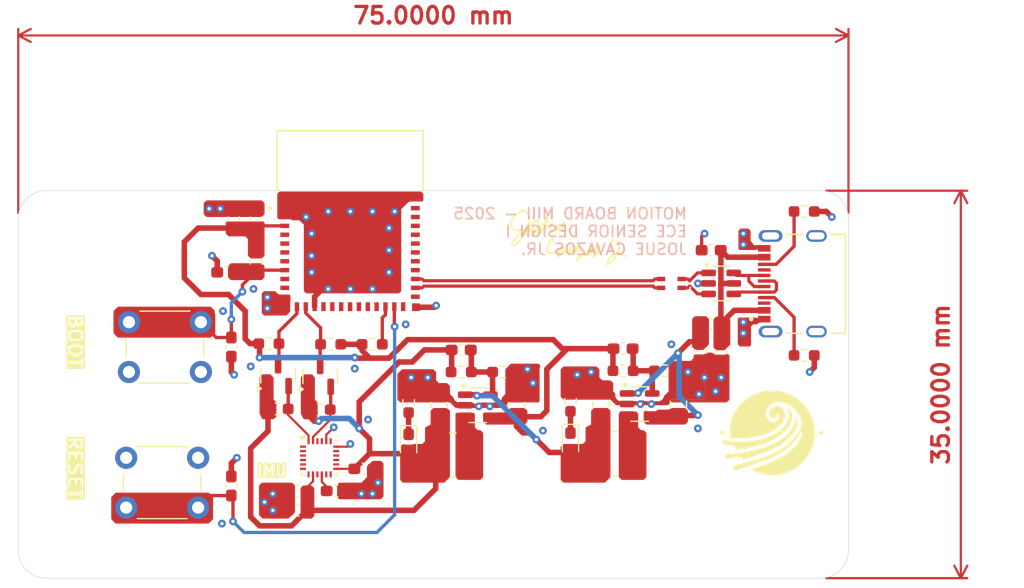
<source format=kicad_pcb>
(kicad_pcb (version 20240108) (generator "pcbnew") (generator_version "8.0")
  (title_block (title "Motion Board") (date "2025-01-19") (rev "B") (company "GlideSense Pro") (comment 1 "Josue Cavazos Jr."))
  (layers (0 "F.Cu" signal) (1 "In1.Cu" power) (2 "In2.Cu" power) (31 "B.Cu" signal) (34 "B.Paste" user) (35 "F.Paste" user) (36 "B.SilkS" user "B.Silkscreen") (37 "F.SilkS" user "F.Silkscreen") (38 "B.Mask" user) (39 "F.Mask" user) (44 "Edge.Cuts" user))
  (net 0 "")
  (net 1 "GND")
  (net 2 "VBUS")
  (net 3 "+5V")
  (net 4 "+3V3")
  (net 5 "/Power/BUCK_FB")
  (net 6 "+1V8")
  (net 7 "/Power/BUCK1_FB")
  (net 8 "/MCU/CHIP_PU")
  (net 9 "/Motion/REGOUT")
  (net 10 "/MCU/GPIO9")
  (net 11 "/Power/LED_PWR_K")
  (net 12 "/Power/LED1_PWR_K")
  (net 13 "/MCU/USB_CMC_D+")
  (net 14 "/MCU/USB_D-")
  (net 15 "/MCU/USB_CMC_D-")
  (net 16 "/MCU/USB_D+")
  (net 17 "/MCU/USB_CONN_D-")
  (net 18 "/MCU/USB_CONN_CC1")
  (net 19 "/MCU/USB_CONN_D+")
  (net 20 "/MCU/USB_CONN_CC2")
  (net 21 "/Power/BUCK_SW")
  (net 22 "/Power/BUCK1_SW")
  (net 23 "SDA{slash}SDI_VIN")
  (net 24 "SDA{slash}SDI")
  (net 25 "SCL{slash}SCLK_VIN")
  (net 26 "SCL{slash}SCLK")
  (net 27 "/MCU/GPIO8")
  (footprint "Capacitor_SMD:C_0805_2012Metric_Pad1.18x1.45mm_HandSolder" (layer "F.Cu") (at 148.265154 105.006017 90)
    (property "Reference" "C106" (hide yes))
    (property "Value" "22u")
  )
  (footprint "Capacitor_SMD:C_0603_1608Metric_Pad1.08x0.95mm_HandSolder" (layer "F.Cu") (at 172.85 91 180)
    (property "Reference" "C205" (hide yes))
    (property "Value" "100n")
  )
  (footprint "Resistor_SMD:R_0603_1608Metric_Pad0.98x0.95mm_HandSolder" (layer "F.Cu") (at 181.25 87.5)
    (property "Reference" "R202" (hide yes))
    (property "Value" "5k1")
  )
  (footprint "Resistor_SMD:R_0603_1608Metric_Pad0.98x0.95mm_HandSolder" (layer "F.Cu") (at 164.887499 101.893518)
    (property "Reference" "R100" (hide yes))
    (property "Value" "100k")
  )
  (footprint "Resistor_SMD:R_0603_1608Metric_Pad0.98x0.95mm_HandSolder" (layer "F.Cu") (at 154.015153 102.006017)
    (property "Reference" "R105" (hide yes))
    (property "Value" "100k")
  )
  (footprint "Sensor_Motion:InvenSense_QFN-24_3x3mm_P0.4mm" (layer "F.Cu") (at 137.475 109.75)
    (property "Reference" "U300" (hide yes))
    (property "Value" "ICM-20948")
  )
  (footprint "Capacitor_SMD:C_0603_1608Metric_Pad1.08x0.95mm_HandSolder" (layer "F.Cu") (at 135.475 114.5 180)
    (property "Reference" "C300" (hide yes))
    (property "Value" "10u")
  )
  (footprint "Resistor_SMD:R_0603_1608Metric_Pad0.98x0.95mm_HandSolder" (layer "F.Cu") (at 133.725 105.3375)
    (property "Reference" "R300" (hide yes))
    (property "Value" "2k2")
  )
  (footprint "MountingHole:MountingHole_2.2mm_M2" (layer "F.Cu") (at 181.75 117.5)
    (property "Reference" "H3" (hide yes))
    (property "Value" "MountingHole")
  )
  (footprint "Resistor_SMD:R_0603_1608Metric_Pad0.98x0.95mm_HandSolder" (layer "F.Cu") (at 131.725 92 -90)
    (property "Reference" "R200" (hide yes))
    (property "Value" "10k")
  )
  (footprint "Package_TO_SOT_SMD:SOT-23-5" (layer "F.Cu") (at 166.3875 104.893519)
    (property "Reference" "U100" (hide yes))
    (property "Value" "TLV62569DBV")
  )
  (footprint "MountingHole:MountingHole_2.2mm_M2" (layer "F.Cu") (at 113.75 117.5)
    (property "Reference" "H2" (hide yes))
    (property "Value" "MountingHole")
  )
  (footprint "Capacitor_SMD:C_0603_1608Metric_Pad1.08x0.95mm_HandSolder" (layer "F.Cu") (at 171.95 100.137499 -90)
    (property "Reference" "C101" (hide yes))
    (property "Value" "1u")
  )
  (footprint "Capacitor_SMD:C_0603_1608Metric_Pad1.08x0.95mm_HandSolder" (layer "F.Cu") (at 164.887501 99.893518)
    (property "Reference" "C104" (hide yes))
    (property "Value" "DNP")
  )
  (footprint "Package_TO_SOT_SMD:SOT-23" (layer "F.Cu") (at 137.525 102.4 90)
    (property "Reference" "Q301" (hide yes))
    (property "Value" "BSS138")
  )
  (footprint "Capacitor_SMD:C_0805_2012Metric_Pad1.18x1.45mm_HandSolder" (layer "F.Cu") (at 169.887503 104.893519 90)
    (property "Reference" "C102" (hide yes))
    (property "Value" "22u")
  )
  (footprint "ESP32_C3_MINI_1_N4:XCVR_ESP32-C3-MINI-1-N4" (layer "F.Cu") (at 140.225 88.5)
    (property "Reference" "U200" (hide yes))
    (property "Value" "ESP32-C3-MINI-1-N4")
  )
  (footprint "LED_SMD:LED_0603_1608Metric_Pad1.05x0.95mm_HandSolder" (layer "F.Cu") (at 160.137499 108.393518 -90)
    (property "Reference" "D100" (hide yes))
    (property "Value" "GREEN")
  )
  (footprint "Capacitor_SMD:C_0603_1608Metric_Pad1.08x0.95mm_HandSolder" (layer "F.Cu") (at 129.5 112.3 90)
    (property "Reference" "C202" (hide yes))
    (property "Value" "100n")
  )
  (footprint "Capacitor_SMD:C_0603_1608Metric_Pad1.08x0.95mm_HandSolder" (layer "F.Cu") (at 173.75 100.137499 -90)
    (property "Reference" "C100" (hide yes))
    (property "Value" "1u")
  )
  (footprint "Capacitor_SMD:C_0603_1608Metric_Pad1.08x0.95mm_HandSolder" (layer "F.Cu") (at 129.725 88.137499 90)
    (property "Reference" "C201" (hide yes))
    (property "Value" "10u")
  )
  (footprint "Package_TO_SOT_SMD:SOT-23-5" (layer "F.Cu") (at 151.765155 105.006018)
    (property "Reference" "U101" (hide yes))
    (property "Value" "TLV62569DBV")
  )
  (footprint "Resistor_SMD:R_0603_1608Metric_Pad0.98x0.95mm_HandSolder" (layer "F.Cu") (at 168.637501 101.893521)
    (property "Reference" "R102" (hide yes))
    (property "Value" "22k")
  )
  (footprint "Resistor_SMD:R_0603_1608Metric_Pad0.98x0.95mm_HandSolder" (layer "F.Cu") (at 137.525 105.4)
    (property "Reference" "R302" (hide yes))
    (property "Value" "2k2")
  )
  (footprint "Resistor_SMD:R_0603_1608Metric_Pad0.98x0.95mm_HandSolder" (layer "F.Cu") (at 150.265156 102.006019)
    (property "Reference" "R103" (hide yes))
    (property "Value" "200k")
  )
  (footprint "LOGO" (layer "F.Cu") (at 178.25 107.5)
    (property "Reference" "G***" (hide yes))
    (property "Value" "LOGO" (hide yes))
  )
  (footprint "MountingHole:MountingHole_2.2mm_M2" (layer "F.Cu") (at 113.75 89.5)
    (property "Reference" "H1" (hide yes))
    (property "Value" "MountingHole")
  )
  (footprint "LED_SMD:LED_0603_1608Metric_Pad1.05x0.95mm_HandSolder" (layer "F.Cu") (at 145.515154 108.506017 -90)
    (property "Reference" "D101" (hide yes))
    (property "Value" "RED")
  )
  (footprint "Capacitor_SMD:C_0603_1608Metric_Pad1.08x0.95mm_HandSolder" (layer "F.Cu") (at 131.725 88.137499 90)
    (property "Reference" "C200" (hide yes))
    (property "Value" "100n")
  )
  (footprint "Resistor_SMD:R_0603_1608Metric_Pad0.98x0.95mm_HandSolder" (layer "F.Cu") (at 160.137502 104.64352 90)
    (property "Reference" "R101" (hide yes))
    (property "Value" "1k")
  )
  (footprint "Capacitor_SMD:C_0603_1608Metric_Pad1.08x0.95mm_HandSolder" (layer "F.Cu") (at 138.975 112.75)
    (property "Reference" "C303" (hide yes))
    (property "Value" "100n")
  )
  (footprint "VLS4015CX_100M_H:IND_VLS4015CX-100M-H" (layer "F.Cu") (at 149.515154 109.506017 180)
    (property "Reference" "L101" (hide yes))
    (property "Value" "10uH")
  )
  (footprint "Resistor_SMD:R_0603_1608Metric_Pad0.98x0.95mm_HandSolder" (layer "F.Cu") (at 138.475 99.5 180)
    (property "Reference" "R303" (hide yes))
    (property "Value" "2k2")
  )
  (footprint "Resistor_SMD:R_0603_1608Metric_Pad0.98x0.95mm_HandSolder" (layer "F.Cu") (at 181.25 100.5)
    (property "Reference" "R201" (hide yes))
    (property "Value" "5k1")
  )
  (footprint "Capacitor_SMD:C_0603_1608Metric_Pad1.08x0.95mm_HandSolder" (layer "F.Cu") (at 150.265156 100.006017)
    (property "Reference" "C107" (hide yes))
    (property "Value" "DNP")
  )
  (footprint "Package_TO_SOT_SMD:SOT-23-6" (layer "F.Cu") (at 173.75 94)
    (property "Reference" "U201" (hide yes))
    (property "Value" "USBLC6-2SC6")
  )
  (footprint "ACM2012_900_2P_T002:FIL_ACM2012-900-2P-T002" (layer "F.Cu") (at 169.25 94 180)
    (property "Reference" "FL200" (hide yes))
    (property "Value" "ACM2012-900-2P-T002")
  )
  (footprint "Capacitor_SMD:C_0805_2012Metric_Pad1.18x1.45mm_HandSolder" (layer "F.Cu") (at 155.265154 105.006018 90)
    (property "Reference" "C105" (hide yes))
    (property "Value" "22u")
  )
  (footprint "Resistor_SMD:R_0603_1608Metric_Pad0.98x0.95mm_HandSolder" (layer "F.Cu") (at 132.8875 99.4375)
    (property "Reference" "R301" (hide yes))
    (property "Value" "2k2")
  )
  (footprint "Resistor_SMD:R_0603_1608Metric_Pad0.98x0.95mm_HandSolder" (layer "F.Cu") (at 142.225 99.5)
    (property "Reference" "R203" (hide yes))
    (property "Value" "10k")
  )
  (footprint "Package_TO_SOT_SMD:SOT-23" (layer "F.Cu") (at 133.725 102.3375 90)
    (property "Reference" "Q300" (hide yes))
    (property "Value" "BSS138")
  )
  (footprint "Button_Switch_THT:SW_PUSH_6mm" (layer "F.Cu") (at 120 109.75)
    (property "Reference" "SW200" (hide yes))
    (property "Value" "SW_Omron_B3FS")
  )
  (footprint "Capacitor_SMD:C_0603_1608Metric_Pad1.08x0.95mm_HandSolder" (layer "F.Cu") (at 135.475 112.75 180)
    (property "Reference" "C301" (hide yes))
    (property "Value" "100n")
  )
  (footprint "USB-C:PHOENIX_1332645" (layer "F.Cu") (at 184.9625 98.5 90)
    (property "Reference" "J200" (hide yes))
    (property "Value" "1332645")
  )
  (footprint "Capacitor_SMD:C_0805_2012Metric_Pad1.18x1.45mm_HandSolder" (layer "F.Cu") (at 162.887501 104.893519 90)
    (property "Reference" "C103" (hide yes))
    (property "Value" "22u")
  )
  (footprint "VLS4015CX_100M_H:IND_VLS4015CX-100M-H" (layer "F.Cu") (at 164.137502 109.393518 180)
    (property "Reference" "L100" (hide yes))
    (property "Value" "10uH")
  )
  (footprint "Resistor_SMD:R_0603_1608Metric_Pad0.98x0.95mm_HandSolder" (layer "F.Cu") (at 145.515155 104.756018 90)
    (property "Reference" "R104" (hide yes))
    (property "Value" "51R")
  )
  (footprint "Capacitor_SMD:C_0603_1608Metric_Pad1.08x0.95mm_HandSolder" (layer "F.Cu") (at 129.087501 93 180)
    (property "Reference" "C203" (hide yes))
    (property "Value" "10u")
  )
  (footprint "Inductor_SMD:L_0603_1608Metric_Pad1.05x0.95mm_HandSolder" (layer "F.Cu") (at 172.85 97.637499)
    (property "Reference" "FB100" (hide yes))
    (property "Value" "120R")
  )
  (footprint "Capacitor_SMD:C_0603_1608Metric_Pad1.08x0.95mm_HandSolder" (layer "F.Cu") (at 141.475 110.75)
    (property "Reference" "C302" (hide yes))
    (property "Value" "100n")
  )
  (footprint "LOGO" (layer "F.Cu") (at 160.25 90)
    (property "Reference" "G***" (hide yes))
    (property "Value" "LOGO" (hide yes))
  )
  (footprint "Button_Switch_THT:SW_PUSH_6mm" (layer "F.Cu") (at 126.75 102 180)
    (property "Reference" "SW201" (hide yes))
    (property "Value" "SW_Omron_B3FS")
  )
  (footprint "Capacitor_SMD:C_0603_1608Metric_Pad1.08x0.95mm_HandSolder" (layer "F.Cu") (at 129.5 99.75 -90)
    (property "Reference" "C204" (hide yes))
    (property "Value" "100n")
  )
  (gr_arc (start 185.25 118.125) (mid 184.517767 119.892767) (end 182.75 120.625) (stroke (width 0.05)) (layer "Edge.Cuts"))
  (gr_line (start 110.25 88.125) (end 110.25 118.125) (stroke (width 0.05)) (layer "Edge.Cuts"))
  (gr_arc (start 182.75 85.625) (mid 184.517767 86.357233) (end 185.25 88.125) (stroke (width 0.05)) (layer "Edge.Cuts"))
  (gr_line (start 185.25 88.125) (end 185.25 118.125) (stroke (width 0.05)) (layer "Edge.Cuts"))
  (gr_arc (start 110.25 88.125) (mid 110.982233 86.357233) (end 112.75 85.625) (stroke (width 0.05)) (layer "Edge.Cuts"))
  (gr_arc (start 112.75 120.625) (mid 110.982233 119.892767) (end 110.25 118.125) (stroke (width 0.05)) (layer "Edge.Cuts"))
  (gr_line (start 112.75 85.625) (end 182.75 85.625) (stroke (width 0.05)) (layer "Edge.Cuts"))
  (gr_line (start 112.75 120.625) (end 182.75 120.625) (stroke (width 0.05)) (layer "Edge.Cuts"))
  (gr_text "MOTION BOARD MIII - 2025\nECE SENIOR DESIGN I\nJOSUE CAVAZOS JR." (at 170.75 91.5 0) (layer "B.SilkS") (effects (font (size 1 1)) (justify left bottom mirror)))
  (gr_text "RESET" (at 114.65 107.7 -90) (layer "F.SilkS" knockout) (effects (font (size 1.25 1.25)) (justify left bottom)))
  (gr_text "BOOT" (at 114.65 96.7 -90) (layer "F.SilkS" knockout) (effects (font (size 1.25 1.25)) (justify left bottom)))
  (gr_text "IMU" (at 131.75 111.5 0) (layer "F.SilkS" knockout) (effects (font (size 1 1)) (justify left bottom)))
  (dimension (type aligned) (layer "F.Cu") (pts (xy 182.75 85.625) (xy 182.75 120.625)) (height -12.65) (gr_text "35.0000 mm" (at 193.6 103.125 90) (layer "F.Cu") (effects (font (size 1.5 1.5) (thickness 0.3)))) (format (prefix "") (suffix "") (units 3) (units_format 1) (precision 4)) (style (thickness 0.2) (arrow_length 1.27) (text_position_mode 0) (extension_height 0.58642) (extension_offset 0.5) keep_text_aligned))
  (dimension (type aligned) (layer "F.Cu") (pts (xy 185.25 88.125) (xy 110.25 88.125)) (height 16.524999) (gr_text "75.0000 mm" (at 147.75 69.800001 0) (layer "F.Cu") (effects (font (size 1.5 1.5) (thickness 0.3)))) (format (prefix "") (suffix "") (units 3) (units_format 1) (precision 4)) (style (thickness 0.2) (arrow_length 1.27) (text_position_mode 0) (extension_height 0.58642) (extension_offset 0.5) keep_text_aligned))
  (segment (start 146.175 96.15) (end 147.85 96.15) (width 0.5) (layer "F.Cu") (net 1))
  (segment (start 128.225 93) (end 128.225 91.975) (width 0.5) (layer "F.Cu") (net 1))
  (segment (start 172.6125 94) (end 171.647385 94) (width 0.5) (layer "F.Cu") (net 1))
  (segment (start 140 108.75) (end 140.25 108.5) (width 0.2) (layer "F.Cu") (net 1))
  (segment (start 129.5 111.437499) (end 129.5 110.25) (width 0.5) (layer "F.Cu") (net 1))
  (segment (start 182.1625 87.5) (end 183.25 87.5) (width 0.5) (layer "F.Cu") (net 1))
  (segment (start 182.1625 100.5) (end 182.1625 101.5875) (width 0.5) (layer "F.Cu") (net 1))
  (segment (start 129.5 100.612501) (end 129.5 102) (width 0.5) (layer "F.Cu") (net 1))
  (segment (start 147.85 96.15) (end 148 96) (width 0.5) (layer "F.Cu") (net 1))
  (segment (start 171.987499 89.762501) (end 172.25 89.5) (width 0.3) (layer "F.Cu") (net 1))
  (segment (start 138.075 108.25) (end 138.075 107.675) (width 0.2) (layer "F.Cu") (net 1))
  (segment (start 129.5 110.25) (end 130 109.75) (width 0.5) (layer "F.Cu") (net 1))
  (segment (start 137.025 96.1) (end 137.025 95.2) (width 0.5) (layer "F.Cu") (net 1))
  (segment (start 138.075 107.675) (end 138.75 107) (width 0.2) (layer "F.Cu") (net 1))
  (segment (start 129.5 102) (end 129.75 102.25) (width 0.5) (layer "F.Cu") (net 1))
  (segment (start 137.025 95.2) (end 137.725 94.5) (width 0.5) (layer "F.Cu") (net 1))
  (segment (start 171.987499 91) (end 171.987499 89.762501) (width 0.3) (layer "F.Cu") (net 1))
  (segment (start 137.725 94.5) (end 138.25 94.5) (width 0.5) (layer "F.Cu") (net 1))
  (segment (start 183.25 87.5) (end 183.75 88) (width 0.5) (layer "F.Cu") (net 1))
  (segment (start 182.1625 101.5875) (end 181.75 102) (width 0.5) (layer "F.Cu") (net 1))
  (segment (start 138.975 108.75) (end 140 108.75) (width 0.2) (layer "F.Cu") (net 1))
  (segment (start 128.225 91.975) (end 127.75 91.5) (width 0.5) (layer "F.Cu") (net 1))
  (via (at 173.25 103.75) (size 0.7) (drill 0.3) (layers "F.Cu" "B.Cu") (net 1))
  (via (at 141.25 113) (size 0.7) (drill 0.3) (layers "F.Cu" "B.Cu") (net 1))
  (via (at 156.25 101.75) (size 0.7) (drill 0.3) (layers "F.Cu" "B.Cu") (net 1))
  (via (at 145.25 97.7) (size 0.7) (drill 0.3) (layers "F.Cu" "B.Cu") (net 1))
  (via (at 129.75 102.25) (size 0.7) (drill 0.3) (layers "F.Cu" "B.Cu") (net 1))
  (via (at 181.75 102) (size 0.7) (drill 0.3) (layers "F.Cu" "B.Cu") (net 1))
  (via (at 145.75 102.5) (size 0.7) (drill 0.3) (layers "F.Cu" "B.Cu") (net 1))
  (via (at 172.25 89.5) (size 0.7) (drill 0.3) (layers "F.Cu" "B.Cu") (net 1))
  (via (at 131.5 94.5) (size 0.7) (drill 0.3) (layers "F.Cu" "B.Cu") (net 1))
  (via (at 142.75 112) (size 0.7) (drill 0.3) (layers "F.Cu" "B.Cu") (net 1))
  (via (at 136.25 88) (size 0.7) (drill 0.3) (layers "F.Cu" "B.Cu") (net 1))
  (via (at 138.25 94.5) (size 0.7) (drill 0.3) (layers "F.Cu" "B.Cu") (net 1))
  (via (at 140.25 87.5) (size 0.7) (drill 0.3) (layers "F.Cu" "B.Cu") (net 1))
  (via (at 171.75 104) (size 0.7) (drill 0.3) (layers "F.Cu" "B.Cu") (net 1))
  (via (at 141.85 106.3) (size 0.7) (drill 0.3) (layers "F.Cu" "B.Cu") (net 1))
  (via (at 166.45 104.9) (size 0.7) (drill 0.3) (layers "F.Cu" "B.Cu") (net 1))
  (via (at 160.75 102.25) (size 0.7) (drill 0.3) (layers "F.Cu" "B.Cu") (net 1))
  (via (at 175.75 98.5) (size 0.7) (drill 0.3) (layers "F.Cu" "B.Cu") (net 1))
  (via (at 175.75 97.5) (size 0.7) (drill 0.3) (layers "F.Cu" "B.Cu") (net 1))
  (via (at 136.75 91.5) (size 0.7) (drill 0.3) (layers "F.Cu" "B.Cu") (net 1))
  (via (at 143.75 91) (size 0.7) (drill 0.3) (layers "F.Cu" "B.Cu") (net 1))
  (via (at 131.25 101.5) (size 0.7) (drill 0.3) (layers "F.Cu" "B.Cu") (net 1))
  (via (at 142.25 87.5) (size 0.7) (drill 0.3) (layers "F.Cu" "B.Cu") (net 1))
  (via (at 156.75 103) (size 0.7) (drill 0.3) (layers "F.Cu" "B.Cu") (net 1))
  (via (at 132.75 95.25) (size 0.7) (drill 0.3) (layers "F.Cu" "B.Cu") (net 1))
  (via (at 130 109.75) (size 0.7) (drill 0.3) (layers "F.Cu" "B.Cu") (net 1))
  (via (at 127.5 87.25) (size 0.7) (drill 0.3) (layers "F.Cu" "B.Cu") (net 1))
  (via (at 127.75 91.5) (size 0.7) (drill 0.3) (layers "F.Cu" "B.Cu") (net 1))
  (via (at 128.65 115.7) (size 0.7) (drill 0.3) (layers "F.Cu" "B.Cu") (net 1))
  (via (at 138.25 87.5) (size 0.7) (drill 0.3) (layers "F.Cu" "B.Cu") (net 1))
  (via (at 151.85 105.1) (size 0.7) (drill 0.3) (layers "F.Cu" "B.Cu") (net 1))
  (via (at 144.25 87.5) (size 0.7) (drill 0.3) (layers "F.Cu" "B.Cu") (net 1))
  (via (at 167.45 104.9) (size 0.7) (drill 0.3) (layers "F.Cu" "B.Cu") (net 1))
  (via (at 171.647385 94) (size 0.7) (drill 0.3) (layers "F.Cu" "B.Cu") (net 1))
  (via (at 132.5 113.75) (size 0.7) (drill 0.3) (layers "F.Cu" "B.Cu") (net 1))
  (via (at 136.75 89.5) (size 0.7) (drill 0.3) (layers "F.Cu" "B.Cu") (net 1))
  (via (at 183.75 88) (size 0.7) (drill 0.3) (layers "F.Cu" "B.Cu") (net 1))
  (via (at 175.75 89.5) (size 0.7) (drill 0.3) (layers "F.Cu" "B.Cu") (net 1))
  (via (at 140.65 101.7) (size 0.7) (drill 0.3) (layers "F.Cu" "B.Cu") (net 1))
  (via (at 173.75 102.5) (size 0.7) (drill 0.3) (layers "F.Cu" "B.Cu") (net 1))
  (via (at 133.25 114.5) (size 0.7) (drill 0.3) (layers "F.Cu" "B.Cu") (net 1))
  (via (at 162 102) (size 0.7) (drill 0.3) (layers "F.Cu" "B.Cu") (net 1))
  (via (at 171.65 107.1) (size 0.7) (drill 0.3) (layers "F.Cu" "B.Cu") (net 1))
  (via (at 170.75 102) (size 0.7) (drill 0.3) (layers "F.Cu" "B.Cu") (net 1))
  (via (at 132.75 96.25) (size 0.7) (drill 0.3) (layers "F.Cu" "B.Cu") (net 1))
  (via (at 172.25 102.5) (size 0.7) (drill 0.3) (layers "F.Cu" "B.Cu") (net 1))
  (via (at 152.85 105.1) (size 0.7) (drill 0.3) (layers "F.Cu" "B.Cu") (net 1))
  (via (at 142.25 94.5) (size 0.7) (drill 0.3) (layers "F.Cu" "B.Cu") (net 1))
  (via (at 143.75 93) (size 0.7) (drill 0.3) (layers "F.Cu" "B.Cu") (net 1))
  (via (at 128.75 96.5) (size 0.7) (drill 0.3) (layers "F.Cu" "B.Cu") (net 1))
  (via (at 175.75 90.5) (size 0.7) (drill 0.3) (layers "F.Cu" "B.Cu") (net 1))
  (via (at 169.25 99.5) (size 0.7) (drill 0.3) (layers "F.Cu" "B.Cu") (net 1))
  (via (at 128.5 87.25) (size 0.7) (drill 0.3) (layers "F.Cu" "B.Cu") (net 1))
  (via (at 142.25 113) (size 0.7) (drill 0.3) (layers "F.Cu" "B.Cu") (net 1))
  (via (at 138.75 107) (size 0.7) (drill 0.3) (layers "F.Cu" "B.Cu") (net 1))
  (via (at 140.25 94.5) (size 0.7) (drill 0.3) (layers "F.Cu" "B.Cu") (net 1))
  (via (at 147.25 102.5) (size 0.7) (drill 0.3) (layers "F.Cu" "B.Cu") (net 1))
  (via (at 133.25 113) (size 0.7) (drill 0.3) (layers "F.Cu" "B.Cu") (net 1))
  (via (at 136.75 93) (size 0.7) (drill 0.3) (layers "F.Cu" "B.Cu") (net 1))
  (via (at 143.75 89) (size 0.7) (drill 0.3) (layers "F.Cu" "B.Cu") (net 1))
  (via (at 148 96) (size 0.7) (drill 0.3) (layers "F.Cu" "B.Cu") (net 1))
  (via (at 140.25 108.5) (size 0.7) (drill 0.3) (layers "F.Cu" "B.Cu") (net 1))
  (via (at 157.65 107.3) (size 0.7) (drill 0.3) (layers "F.Cu" "B.Cu") (net 1))
  (segment (start 174.932499 96.43) (end 173.725 97.637499) (width 0.5) (layer "F.Cu") (net 2))
  (segment (start 174.342501 91.63) (end 173.712501 91) (width 0.5) (layer "F.Cu") (net 2))
  (segment (start 177.6425 91.63) (end 174.342501 91.63) (width 0.5) (layer "F.Cu") (net 2))
  (segment (start 174.8875 94) (end 173.825 94) (width 0.5) (layer "F.Cu") (net 2))
  (segment (start 173.725 94.1) (end 173.725 97.637499) (width 0.5) (layer "F.Cu") (net 2))
  (segment (start 173.825 94) (end 173.725 94.1) (width 0.5) (layer "F.Cu") (net 2))
  (segment (start 173.712501 91) (end 173.725 91.012499) (width 0.5) (layer "F.Cu") (net 2))
  (segment (start 173.725 91.012499) (end 173.725 94.1) (width 0.5) (layer "F.Cu") (net 2))
  (segment (start 177.642499 96.43) (end 174.932499 96.43) (width 0.5) (layer "F.Cu") (net 2))
  (segment (start 165.25 103.94352) (end 166.20648 103.94352) (width 0.5) (layer "F.Cu") (net 3))
  (segment (start 166.20648 103.94352) (end 166.25 103.9) (width 0.5) (layer "F.Cu") (net 3))
  (segment (start 170.875002 99.274998) (end 171.95 99.274998) (width 0.5) (layer "F.Cu") (net 3))
  (segment (start 169.85 100.3) (end 170.875002 99.274998) (width 0.5) (layer "F.Cu") (net 3))
  (segment (start 171.618981 105.931019) (end 171.65 105.9) (width 0.5) (layer "F.Cu") (net 3))
  (segment (start 169.887503 105.931019) (end 171.618981 105.931019) (width 0.5) (layer "F.Cu") (net 3))
  (via (at 171.65 105.9) (size 0.7) (drill 0.3) (layers "F.Cu" "B.Cu") (net 3))
  (via (at 166.25 103.9) (size 0.7) (drill 0.3) (layers "F.Cu" "B.Cu") (net 3))
  (via (at 169.85 100.3) (size 0.7) (drill 0.3) (layers "F.Cu" "B.Cu") (net 3))
  (segment (start 169.95 104.2) (end 169.95 100.4) (width 0.5) (layer "B.Cu") (net 3))
  (segment (start 166.25 103.9) (end 169.85 100.3) (width 0.5) (layer "B.Cu") (net 3))
  (segment (start 171.65 105.9) (end 169.95 104.2) (width 0.5) (layer "B.Cu") (net 3))
  (segment (start 169.95 100.4) (end 169.85 100.3) (width 0.5) (layer "B.Cu") (net 3))
  (segment (start 134.325 88.8) (end 131.925 88.8) (width 0.3) (layer "F.Cu") (net 4))
  (segment (start 132.05 99.5125) (end 131.975 99.4375) (width 0.5) (layer "F.Cu") (net 4))
  (segment (start 142 100.75) (end 140.7 100.75) (width 0.5) (layer "F.Cu") (net 4))
  (segment (start 145.418983 99.081017) (end 143.75 100.75) (width 0.5) (layer "F.Cu") (net 4))
  (segment (start 150.627655 104.056019) (end 151.607715 104.056019) (width 0.5) (layer "F.Cu") (net 4))
  (segment (start 155.85 107.5) (end 155.265154 106.915154) (width 0.5) (layer "F.Cu") (net 4))
  (segment (start 132.05 100.7) (end 132.05 99.5125) (width 0.5) (layer "F.Cu") (net 4))
  (segment (start 157.05 108.1) (end 156.45 107.5) (width 0.5) (layer "F.Cu") (net 4))
  (segment (start 126.75 95) (end 125.25 93.5) (width 0.5) (layer "F.Cu") (net 4))
  (segment (start 156.45 107.5) (end 155.85 107.5) (width 0.5) (layer "F.Cu") (net 4))
  (segment (start 141.3125 99.5) (end 139.3875 99.5) (width 0.5) (layer "F.Cu") (net 4))
  (segment (start 159.856482 99.893518) (end 164.025 99.893518) (width 0.5) (layer "F.Cu") (net 4))
  (segment (start 157.456482 106.043518) (end 158 105.5) (width 0.5) (layer "F.Cu") (net 4))
  (segment (start 131.925 88.8) (end 131.725 89) (width 0.3) (layer "F.Cu") (net 4))
  (segment (start 163.974999 99.943519) (end 164.025 99.893518) (width 0.5) (layer "F.Cu") (net 4))
  (segment (start 125.25 93.5) (end 125.25 90.25) (width 0.5) (layer "F.Cu") (net 4))
  (segment (start 158 101.75) (end 159.856482 99.893518) (width 0.5) (layer "F.Cu") (net 4))
  (segment (start 130.75 99) (end 130.75 96.5) (width 0.5) (layer "F.Cu") (net 4))
  (segment (start 158.218517 109.268517) (end 157.05 108.1) (width 0.5) (layer "F.Cu") (net 4))
  (segment (start 142 100.75) (end 141.3125 100.0625) (width 0.5) (layer "F.Cu") (net 4))
  (segment (start 160.137499 109.268517) (end 158.218517 109.268517) (width 0.5) (layer "F.Cu") (net 4))
  (segment (start 129.25 95) (end 126.75 95) (width 0.5) (layer "F.Cu") (net 4))
  (segment (start 125.25 90.25) (end 126.5 89) (width 0.5) (layer "F.Cu") (net 4))
  (segment (start 159.856482 99.893518) (end 159.393518 99.893518) (width 0.5) (layer "F.Cu") (net 4))
  (segment (start 158 105.5) (end 158 101.75) (width 0.5) (layer "F.Cu") (net 4))
  (segment (start 130.75 96.5) (end 129.25 95) (width 0.5) (layer "F.Cu") (net 4))
  (segment (start 151.607715 104.056019) (end 151.690156 104.13846) (width 0.5) (layer "F.Cu") (net 4))
  (segment (start 141.3125 100.0625) (end 141.3125 99.5) (width 0.5) (layer "F.Cu") (net 4))
  (segment (start 131.1875 99.4375) (end 130.75 99) (width 0.5) (layer "F.Cu") (net 4))
  (segment (start 158.581017 99.081017) (end 145.418983 99.081017) (width 0.5) (layer "F.Cu") (net 4))
  (segment (start 155.265154 106.915154) (end 155.265154 106.043518) (width 0.5) (layer "F.Cu") (net 4))
  (segment (start 155.265154 106.043518) (end 157.456482 106.043518) (width 0.5) (layer "F.Cu") (net 4))
  (segment (start 140.7 100.75) (end 140.65 100.7) (width 0.5) (layer "F.Cu") (net 4))
  (segment (start 143.75 100.75) (end 142 100.75) (width 0.5) (layer "F.Cu") (net 4))
  (segment (start 131.975 99.4375) (end 131.1875 99.4375) (width 0.5) (layer "F.Cu") (net 4))
  (segment (start 126.5 89) (end 129.725 89) (width 0.5) (layer "F.Cu") (net 4))
  (segment (start 163.974999 101.893518) (end 163.974999 99.943519) (width 0.5) (layer "F.Cu") (net 4))
  (segment (start 159.393518 99.893518) (end 158.581017 99.081017) (width 0.5) (layer "F.Cu") (net 4))
  (via (at 132.05 100.7) (size 0.7) (drill 0.3) (layers "F.Cu" "B.Cu") (net 4))
  (via (at 140.65 100.7) (size 0.7) (drill 0.3) (layers "F.Cu" "B.Cu") (net 4))
  (via (at 151.690156 104.13846) (size 0.7) (drill 0.3) (layers "F.Cu" "B.Cu") (net 4))
  (via (at 157.05 108.1) (size 0.7) (drill 0.3) (layers "F.Cu" "B.Cu") (net 4))
  (segment (start 151.690156 104.13846) (end 153.08846 104.13846) (width 0.5) (layer "B.Cu") (net 4))
  (segment (start 140.65 100.7) (end 132.05 100.7) (width 0.5) (layer "B.Cu") (net 4))
  (segment (start 153.08846 104.13846) (end 157.05 108.1) (width 0.5) (layer "B.Cu") (net 4))
  (segment (start 165.799999 99.943515) (end 165.750002 99.893518) (width 0.5) (layer "F.Cu") (net 5))
  (segment (start 165.799999 101.893518) (end 165.799999 99.943515) (width 0.5) (layer "F.Cu") (net 5))
  (segment (start 165.799999 101.893518) (end 167.724998 101.893518) (width 0.5) (layer "F.Cu") (net 5))
  (segment (start 167.724998 101.893518) (end 167.725001 101.893521) (width 0.5) (layer "F.Cu") (net 5))
  (segment (start 167.525 103.94352) (end 167.525 102.093522) (width 0.5) (layer "F.Cu") (net 5))
  (segment (start 167.525 102.093522) (end 167.725001 101.893521) (width 0.5) (layer "F.Cu") (net 5))
  (segment (start 136.875 111.25) (end 136.875 111.875) (width 0.2) (layer "F.Cu") (net 6))
  (segment (start 141.981484 108.031484) (end 141.05 107.1) (width 0.5) (layer "F.Cu") (net 6))
  (segment (start 131.25 115.1) (end 131.25 108.9) (width 0.5) (layer "F.Cu") (net 6))
  (segment (start 136.337501 112.412499) (end 136.337501 112.75) (width 0.2) (layer "F.Cu") (net 6))
  (segment (start 145.515154 109.381016) (end 141.981484 109.381016) (width 0.5) (layer "F.Cu") (net 6))
  (segment (start 149.402655 100.006017) (end 149.402655 101.95602) (width 0.5) (layer "F.Cu") (net 6))
  (segment (start 146 114.5) (end 136.337501 114.5) (width 0.5) (layer "F.Cu") (net 6))
  (segment (start 136.875 111.875) (end 136.337501 112.412499) (width 0.2) (layer "F.Cu") (net 6))
  (segment (start 141.05 104.7) (end 141.05 107.1) (width 0.5) (layer "F.Cu") (net 6))
  (segment (start 144.65 101.1) (end 141.05 104.7) (width 0.5) (layer "F.Cu") (net 6))
  (segment (start 134.937501 115.9) (end 132.05 115.9) (width 0.5) (layer "F.Cu") (net 6))
  (segment (start 145.85 101.1) (end 144.65 101.1) (width 0.5) (layer "F.Cu") (net 6))
  (segment (start 147.965153 112.534847) (end 146 114.5) (width 0.5) (layer "F.Cu") (net 6))
  (segment (start 136.6125 106.0625) (end 136.6125 105.4) (width 0.5) (layer "F.Cu") (net 6))
  (segment (start 137.3922 106.4422) (end 136.9922 106.4422) (width 0.5) (layer "F.Cu") (net 6))
  (segment (start 132.05 115.9) (end 131.25 115.1) (width 0.5) (layer "F.Cu") (net 6))
  (segment (start 131.25 108.9) (end 132.8125 107.3375) (width 0.5) (layer "F.Cu") (net 6))
  (segment (start 149.402655 101.95602) (end 149.352656 102.006019) (width 0.5) (layer "F.Cu") (net 6))
  (segment (start 147.965153 109.506017) (end 147.965153 112.534847) (width 0.5) (layer "F.Cu") (net 6))
  (segment (start 138.975 110.75) (end 140.6125 110.75) (width 0.2) (layer "F.Cu") (net 6))
  (segment (start 132.8125 107.3375) (end 132.8125 105.3375) (width 0.5) (layer "F.Cu") (net 6))
  (segment (start 136.337501 114.5) (end 134.937501 115.9) (width 0.5) (layer "F.Cu") (net 6))
  (segment (start 149.402655 100.006017) (end 146.943983 100.006017) (width 0.5) (layer "F.Cu") (net 6))
  (segment (start 141.981484 109.381016) (end 140.6125 110.75) (width 0.5) (layer "F.Cu") (net 6))
  (segment (start 146.943983 100.006017) (end 145.85 101.1) (width 0.5) (layer "F.Cu") (net 6))
  (segment (start 141.981484 109.381016) (end 141.981484 108.031484) (width 0.5) (layer "F.Cu") (net 6))
  (segment (start 136.9922 106.4422) (end 136.6125 106.0625) (width 0.5) (layer "F.Cu") (net 6))
  (via (at 137.3922 106.4422) (size 0.7) (drill 0.3) (layers "F.Cu" "B.Cu") (net 6))
  (via (at 141.05 107.1) (size 0.7) (drill 0.3) (layers "F.Cu" "B.Cu") (net 6))
  (segment (start 140.15 106.2) (end 137.6344 106.2) (width 0.5) (layer "B.Cu") (net 6))
  (segment (start 141.05 107.1) (end 140.15 106.2) (width 0.5) (layer "B.Cu") (net 6))
  (segment (start 137.6344 106.2) (end 137.3922 106.4422) (width 0.5) (layer "B.Cu") (net 6))
  (segment (start 151.177656 102.006019) (end 153.102651 102.006019) (width 0.5) (layer "F.Cu") (net 7))
  (segment (start 153.102653 102.006017) (end 153.102653 103.856021) (width 0.5) (layer "F.Cu") (net 7))
  (segment (start 153.102651 102.006019) (end 153.102653 102.006017) (width 0.5) (layer "F.Cu") (net 7))
  (segment (start 151.177656 100.056016) (end 151.127657 100.006017) (width 0.5) (layer "F.Cu") (net 7))
  (segment (start 153.102653 103.856021) (end 152.902655 104.056019) (width 0.5) (layer "F.Cu") (net 7))
  (segment (start 151.177656 102.006019) (end 151.177656 100.056016) (width 0.5) (layer "F.Cu") (net 7))
  (segment (start 128.1375 98.887499) (end 126.75 97.499999) (width 0.3) (layer "F.Cu") (net 8))
  (segment (start 129.5 98.887499) (end 129.5 97.25) (width 0.3) (layer "F.Cu") (net 8))
  (segment (start 134.325 92.8) (end 131.8375 92.8) (width 0.3) (layer "F.Cu") (net 8))
  (segment (start 130.5 94.1375) (end 131.725 92.9125) (width 0.3) (layer "F.Cu") (net 8))
  (segment (start 130.5 94.75) (end 130.5 94.1375) (width 0.3) (layer "F.Cu") (net 8))
  (segment (start 129.5 98.887499) (end 128.1375 98.887499) (width 0.3) (layer "F.Cu") (net 8))
  (segment (start 131.8375 92.8) (end 131.725 92.9125) (width 0.3) (layer "F.Cu") (net 8))
  (via (at 130.5 94.75) (size 0.7) (drill 0.3) (layers "F.Cu" "B.Cu") (net 8))
  (via (at 129.5 97.25) (size 0.7) (drill 0.3) (layers "F.Cu" "B.Cu") (net 8))
  (segment (start 129.5 95.75) (end 130.5 94.75) (width 0.3) (layer "B.Cu") (net 8))
  (segment (start 129.5 97.25) (end 129.5 95.75) (width 0.3) (layer "B.Cu") (net 8))
  (segment (start 137.675 111.925) (end 138.1125 112.3625) (width 0.2) (layer "F.Cu") (net 9))
  (segment (start 137.675 111.25) (end 137.675 111.925) (width 0.2) (layer "F.Cu") (net 9))
  (segment (start 138.1125 112.3625) (end 138.1125 112.75) (width 0.2) (layer "F.Cu") (net 9))
  (segment (start 129.65 115.5) (end 129.65 113.312501) (width 0.3) (layer "F.Cu") (net 10))
  (segment (start 127.587499 113.162501) (end 126.5 114.25) (width 0.3) (layer "F.Cu") (net 10))
  (segment (start 129.5 113.162501) (end 127.587499 113.162501) (width 0.3) (layer "F.Cu") (net 10))
  (segment (start 129.65 113.312501) (end 129.5 113.162501) (width 0.3) (layer "F.Cu") (net 10))
  (segment (start 144.225 96.1) (end 144.225 97.875) (width 0.3) (layer "F.Cu") (net 10))
  (segment (start 144.225 97.875) (end 144.25 97.9) (width 0.3) (layer "F.Cu") (net 10))
  (via (at 144.25 97.9) (size 0.7) (drill 0.3) (layers "F.Cu" "B.Cu") (net 10))
  (via (at 129.65 115.5) (size 0.7) (drill 0.3) (layers "F.Cu" "B.Cu") (net 10))
  (segment (start 142.65 116.5) (end 130.65 116.5) (width 0.3) (layer "B.Cu") (net 10))
  (segment (start 130.65 116.5) (end 129.65 115.5) (width 0.3) (layer "B.Cu") (net 10))
  (segment (start 144.25 114.9) (end 142.65 116.5) (width 0.3) (layer "B.Cu") (net 10))
  (segment (start 144.25 97.9) (end 144.25 114.9) (width 0.3) (layer "B.Cu") (net 10))
  (segment (start 160.137499 105.556023) (end 160.137502 105.55602) (width 0.5) (layer "F.Cu") (net 11))
  (segment (start 160.137499 107.518519) (end 160.137499 105.556023) (width 0.5) (layer "F.Cu") (net 11))
  (segment (start 145.515154 105.668519) (end 145.515155 105.668518) (width 0.5) (layer "F.Cu") (net 12))
  (segment (start 145.515154 107.631018) (end 145.515154 105.668519) (width 0.5) (layer "F.Cu") (net 12))
  (segment (start 171.618749 93.05) (end 172.6125 93.05) (width 0.284) (layer "F.Cu") (net 13))
  (segment (start 170.910749 93.758) (end 171.618749 93.05) (width 0.284) (layer "F.Cu") (net 13))
  (segment (start 170.737501 93.6) (end 170.895501 93.758) (width 0.284) (layer "F.Cu") (net 13))
  (segment (start 170.175 93.6) (end 170.737501 93.6) (width 0.284) (layer "F.Cu") (net 13))
  (segment (start 170.895501 93.758) (end 170.910749 93.758) (width 0.284) (layer "F.Cu") (net 13))
  (segment (start 167.604499 94.242) (end 146.883001 94.242) (width 0.284) (layer "F.Cu") (net 14))
  (segment (start 146.883001 94.242) (end 146.725001 94.4) (width 0.284) (layer "F.Cu") (net 14))
  (segment (start 146.725001 94.4) (end 146.125 94.4) (width 0.284) (layer "F.Cu") (net 14))
  (segment (start 168.325 94.4) (end 167.762499 94.4) (width 0.284) (layer "F.Cu") (net 14))
  (segment (start 167.762499 94.4) (end 167.604499 94.242) (width 0.284) (layer "F.Cu") (net 14))
  (segment (start 171.618749 94.95) (end 172.6125 94.95) (width 0.284) (layer "F.Cu") (net 15))
  (segment (start 170.910749 94.242) (end 171.618749 94.95) (width 0.284) (layer "F.Cu") (net 15))
  (segment (start 170.175 94.4) (end 170.737501 94.4) (width 0.284) (layer "F.Cu") (net 15))
  (segment (start 170.737501 94.4) (end 170.895501 94.242) (width 0.284) (layer "F.Cu") (net 15))
  (segment (start 170.895501 94.242) (end 170.910749 94.242) (width 0.284) (layer "F.Cu") (net 15))
  (segment (start 167.604499 93.758) (end 146.883001 93.758) (width 0.284) (layer "F.Cu") (net 16))
  (segment (start 146.725001 93.6) (end 146.125 93.6) (width 0.284) (layer "F.Cu") (net 16))
  (segment (start 168.325 93.6) (end 167.762499 93.6) (width 0.284) (layer "F.Cu") (net 16))
  (segment (start 146.883001 93.758) (end 146.725001 93.6) (width 0.284) (layer "F.Cu") (net 16))
  (segment (start 167.762499 93.6) (end 167.604499 93.758) (width 0.284) (layer "F.Cu") (net 16))
  (segment (start 178.5465 94.78) (end 177.6425 94.78) (width 0.284) (layer "F.Cu") (net 17))
  (segment (start 178.75 93.9835) (end 178.75 94.5765) (width 0.284) (layer "F.Cu") (net 17))
  (segment (start 177.642499 93.78) (end 178.5465 93.78) (width 0.284) (layer "F.Cu") (net 17))
  (segment (start 175.0575 94.78) (end 174.8875 94.95) (width 0.284) (layer "F.Cu") (net 17))
  (segment (start 178.5465 93.78) (end 178.75 93.9835) (width 0.284) (layer "F.Cu") (net 17))
  (segment (start 178.75 94.5765) (end 178.5465 94.78) (width 0.284) (layer "F.Cu") (net 17))
  (segment (start 177.6425 94.78) (end 175.0575 94.78) (width 0.284) (layer "F.Cu") (net 17))
  (segment (start 178.5625 95.28) (end 180.3375 97.055) (width 0.3) (layer "F.Cu") (net 18))
  (segment (start 180.3375 97.055) (end 180.3375 100.5) (width 0.3) (layer "F.Cu") (net 18))
  (segment (start 177.6425 95.28) (end 178.5625 95.28) (width 0.3) (layer "F.Cu") (net 18))
  (segment (start 175.1175 93.28) (end 174.8875 93.05) (width 0.284) (layer "F.Cu") (net 19))
  (segment (start 177.6425 93.28) (end 176.25 93.28) (width 0.284) (layer "F.Cu") (net 19))
  (segment (start 176.25 93.791501) (end 176.25 93.28) (width 0.284) (layer "F.Cu") (net 19))
  (segment (start 177.6425 94.28) (end 176.738499 94.28) (width 0.284) (layer "F.Cu") (net 19))
  (segment (start 176.25 93.28) (end 175.1175 93.28) (width 0.284) (layer "F.Cu") (net 19))
  (segment (start 176.738499 94.28) (end 176.25 93.791501) (width 0.284) (layer "F.Cu") (net 19))
  (segment (start 178.703872 92.28) (end 180.3375 90.646372) (width 0.3) (layer "F.Cu") (net 20))
  (segment (start 180.3375 90.646372) (end 180.3375 87.5) (width 0.3) (layer "F.Cu") (net 20))
  (segment (start 177.6425 92.28) (end 178.703872 92.28) (width 0.3) (layer "F.Cu") (net 20))
  (segment (start 135.425 96.725) (end 133.8 98.35) (width 0.3) (layer "F.Cu") (net 23))
  (segment (start 133.8 98.35) (end 133.8 99.4375) (width 0.3) (layer "F.Cu") (net 23))
  (segment (start 135.425 96.1) (end 135.425 96.725) (width 0.3) (layer "F.Cu") (net 23))
  (segment (start 133.8 99.4375) (end 133.8 101.324999) (width 0.3) (layer "F.Cu") (net 23))
  (segment (start 133.8 101.324999) (end 133.725 101.399999) (width 0.3) (layer "F.Cu") (net 23))
  (segment (start 136.475 108.25) (end 136.475 107.725) (width 0.2) (layer "F.Cu") (net 24))
  (segment (start 134.6375 103.3125) (end 134.675 103.275) (width 0.3) (layer "F.Cu") (net 24))
  (segment (start 136.475 107.725) (end 134.6375 105.8875) (width 0.2) (layer "F.Cu") (net 24))
  (segment (start 134.6375 105.3375) (end 134.6375 103.3125) (width 0.3) (layer "F.Cu") (net 24))
  (segment (start 134.6375 105.8875) (end 134.6375 105.3375) (width 0.2) (layer "F.Cu") (net 24))
  (segment (start 136.225 96.1) (end 136.225 96.675) (width 0.3) (layer "F.Cu") (net 25))
  (segment (start 137.525 99.5375) (end 137.5625 99.5) (width 0.3) (layer "F.Cu") (net 25))
  (segment (start 136.225 96.675) (end 137.5625 98.0125) (width 0.3) (layer "F.Cu") (net 25))
  (segment (start 137.525 101.462499) (end 137.525 99.5375) (width 0.3) (layer "F.Cu") (net 25))
  (segment (start 137.5625 98.0125) (end 137.5625 99.5) (width 0.3) (layer "F.Cu") (net 25))
  (segment (start 138.475 105.3625) (end 138.4375 105.4) (width 0.3) (layer "F.Cu") (net 26))
  (segment (start 136.875 108.25) (end 136.875 107.87864) (width 0.2) (layer "F.Cu") (net 26))
  (segment (start 136.875 107.87864) (end 138.4375 106.31614) (width 0.2) (layer "F.Cu") (net 26))
  (segment (start 138.4375 106.31614) (end 138.4375 105.4) (width 0.2) (layer "F.Cu") (net 26))
  (segment (start 138.475 103.3375) (end 138.475 105.3625) (width 0.3) (layer "F.Cu") (net 26))
  (segment (start 143.425 96.825) (end 143.1375 97.1125) (width 0.3) (layer "F.Cu") (net 27))
  (segment (start 143.1375 97.1125) (end 143.1375 99.5) (width 0.3) (layer "F.Cu") (net 27))
  (segment (start 143.425 96.1) (end 143.425 96.825) (width 0.3) (layer "F.Cu") (net 27))
  (zone (net 3) (net_name "+5V") (layer "F.Cu") (priority 2) (connect_pads yes (clearance 0.4)) (min_thickness 0.3) (fill yes (thermal_gap 0.5) (thermal_bridge_width 0.5))
    (polygon (pts (xy 166.75 105.5) (xy 167 105.25) (xy 170.5 105.25) (xy 170.75 105.5) (xy 170.75 106.5) (xy 170.5 106.75) (xy 167 106.75) (xy 166.75 106.5)))
  )
  (zone (net 1) (net_name "GND") (layer "F.Cu") (priority 12) (connect_pads yes (clearance 0.4)) (min_thickness 0.3) (fill yes (thermal_gap 0.5) (thermal_bridge_width 0.5))
    (polygon (pts (xy 136.05 88.7) (xy 135.65 88.3) (xy 133.85 88.3) (xy 133.65 88.1) (xy 133.65 85.9) (xy 133.85 85.7) (xy 146.65 85.7) (xy 146.85 85.9) (xy 146.85 86.5) (xy 146.65 86.7) (xy 145.45 86.7) (xy 144.85 87.3) (xy 144.85 94.7) (xy 144.65 94.9) (xy 136.25 94.9) (xy 136.05 94.7)))
  )
  (zone (net 1) (net_name "GND") (layer "F.Cu") (priority 16) (connect_pads yes (clearance 0.4)) (min_thickness 0.3) (fill yes (thermal_gap 0.5) (thermal_bridge_width 0.5))
    (polygon (pts (xy 177.65 97.7) (xy 177.85 97.5) (xy 177.85 97.000001) (xy 177.75 96.9) (xy 175.45 96.9) (xy 175.25 97.1) (xy 175.25 99.5) (xy 175.45 99.7) (xy 176.35 99.7) (xy 176.45 99.6) (xy 176.45 97.9) (xy 176.65 97.699999)))
  )
  (zone (net 4) (net_name "+3V3") (layer "F.Cu") (priority 2) (connect_pads yes (clearance 0.4)) (min_thickness 0.3) (fill yes (thermal_gap 0.5) (thermal_bridge_width 0.5))
    (polygon (pts (xy 152.25 105.5) (xy 152.5 105.25) (xy 156 105.25) (xy 156.25 105.5) (xy 156.25 106.5) (xy 156 106.75) (xy 152.5 106.75) (xy 152.25 106.5)))
  )
  (zone (net 2) (net_name "VBUS") (layer "F.Cu") (priority 19) (connect_pads yes (clearance 0.4)) (min_thickness 0.3) (fill yes (thermal_gap 0.5) (thermal_bridge_width 0.5))
    (polygon (pts (xy 173.05 97.241999) (xy 173.304 96.987999) (xy 174.32 96.987999) (xy 174.574 97.241999) (xy 174.574 98.257998) (xy 174.574 98.512) (xy 174.574 99.527999) (xy 174.066 100.035999) (xy 173.304 100.035999) (xy 173.05 99.781999)))
  )
  (zone (net 21) (net_name "/Power/BUCK_SW") (layer "F.Cu") (priority 5) (connect_pads yes (clearance 0.4)) (min_thickness 0.3) (fill yes (thermal_gap 0.5) (thermal_bridge_width 0.5))
    (polygon (pts (xy 164.5 105.75) (xy 164.75 105.5) (xy 166 105.5) (xy 166.25 105.75) (xy 166.25 107) (xy 166.5 107.25) (xy 166.75 107.25) (xy 167 107.5) (xy 167 111.5) (xy 166.75 111.75) (xy 164.75 111.75) (xy 164.5 111.5)))
  )
  (zone (net 6) (net_name "+1V8") (layer "F.Cu") (priority 3) (connect_pads yes (clearance 0.4)) (min_thickness 0.3) (fill yes (thermal_gap 0.5) (thermal_bridge_width 0.5))
    (polygon (pts (xy 147.5 105.5) (xy 147.75 105.25) (xy 149 105.25) (xy 149.25 105.5) (xy 149.25 111.5) (xy 148.75 112) (xy 145 112) (xy 144.75 111.75) (xy 144.75 108.75) (xy 145 108.5) (xy 146.75 108.5) (xy 147 108.25) (xy 147 107) (xy 147.5 106.75)))
  )
  (zone (net 4) (net_name "+3V3") (layer "F.Cu") (priority 4) (connect_pads yes (clearance 0.4)) (min_thickness 0.3) (fill yes (thermal_gap 0.5) (thermal_bridge_width 0.5))
    (polygon (pts (xy 129 89.5) (xy 129.25 89.75) (xy 130.75 89.75) (xy 131 90) (xy 131 91.5) (xy 131.25 91.75) (xy 132.25 91.75) (xy 132.5 91.5) (xy 132.5 88.5) (xy 132.25 88.25) (xy 129.25 88.25) (xy 129 88.5)))
  )
  (zone (net 10) (net_name "/MCU/GPIO9") (layer "F.Cu") (priority 13) (connect_pads yes (clearance 0.4)) (min_thickness 0.3) (fill yes (thermal_gap 0.5) (thermal_bridge_width 0.5))
    (polygon (pts (xy 119.05 115.7) (xy 118.65 115.3) (xy 118.65 113.3) (xy 119.05 112.9) (xy 127.45 112.9) (xy 127.85 113.3) (xy 127.85 115.3) (xy 127.45 115.7)))
  )
  (zone (net 6) (net_name "+1V8") (layer "F.Cu") (priority 12) (connect_pads yes (clearance 0.4)) (min_thickness 0.3) (fill yes (thermal_gap 0.5) (thermal_bridge_width 0.5))
    (polygon (pts (xy 136.796 102.214) (xy 137.05 102.468) (xy 137.05 104.5) (xy 137.304 104.753999) (xy 137.304 106.023999) (xy 137.050001 106.277999) (xy 136.034001 106.277999) (xy 135.78 105.769999) (xy 135.78 102.468) (xy 136.034001 102.213999)))
  )
  (zone (net 1) (net_name "GND") (layer "F.Cu") (priority 9) (connect_pads yes (clearance 0.4)) (min_thickness 0.3) (fill yes (thermal_gap 0.5) (thermal_bridge_width 0.5))
    (polygon (pts (xy 135.25 112.25) (xy 135 112) (xy 132.25 112) (xy 132 112.25) (xy 132 115) (xy 132.25 115.25) (xy 135 115.25) (xy 135.25 115)))
  )
  (zone (net 6) (net_name "+1V8") (layer "F.Cu") (priority 8) (connect_pads yes (clearance 0.4)) (min_thickness 0.3) (fill yes (thermal_gap 0.5) (thermal_bridge_width 0.5))
    (polygon (pts (xy 135.75 112.5) (xy 136 112.25) (xy 136.75 112.25) (xy 137 112.5) (xy 137 115) (xy 136.75 115.25) (xy 136 115.25) (xy 135.75 115)))
  )
  (zone (net 6) (net_name "+1V8") (layer "F.Cu") (priority 12) (connect_pads yes (clearance 0.4)) (min_thickness 0.3) (fill yes (thermal_gap 0.5) (thermal_bridge_width 0.5))
    (polygon (pts (xy 133.066 102.208001) (xy 133.32 102.462001) (xy 133.32 104.494001) (xy 133.574 104.748) (xy 133.574 106.018) (xy 133.320001 106.272) (xy 132.304001 106.272) (xy 132.05 105.764) (xy 132.05 102.462001) (xy 132.304001 102.208)))
  )
  (zone (net 4) (net_name "+3V3") (layer "F.Cu") (priority 3) (connect_pads yes (clearance 0.4)) (min_thickness 0.3) (fill yes (thermal_gap 0.5) (thermal_bridge_width 0.5))
    (polygon (pts (xy 162 105.5) (xy 162.25 105.25) (xy 163.5 105.25) (xy 163.75 105.5) (xy 163.75 111.5) (xy 163.25 112) (xy 159.5 112) (xy 159.25 111.75) (xy 159.25 108.75) (xy 159.5 108.5) (xy 161.25 108.5) (xy 161.5 108.25) (xy 161.5 107) (xy 162 106.75)))
  )
  (zone (net 1) (net_name "GND") (layer "F.Cu") (priority 1) (connect_pads yes (clearance 0.4)) (min_thickness 0.3) (fill yes (thermal_gap 0.5) (thermal_bridge_width 0.5))
    (polygon (pts (xy 169.25 104.75) (xy 169 104.5) (xy 169 101.5) (xy 169.25 101.25) (xy 170.75 101.25) (xy 171.25 100.75) (xy 171.25 100.5) (xy 171.5 100.25) (xy 174.25 100.25) (xy 174.5 100.5) (xy 174.5 104.5) (xy 174.25 104.75)))
  )
  (zone (net 1) (net_name "GND") (layer "F.Cu") (priority 11) (connect_pads yes (clearance 0.4)) (min_thickness 0.3) (fill yes (thermal_gap 0.5) (thermal_bridge_width 0.5))
    (polygon (pts (xy 134.65 94.7) (xy 134.85 94.9) (xy 134.85 96.7) (xy 134.65 96.9) (xy 132.45 96.9) (xy 132.25 96.7) (xy 132.25 94.9) (xy 132.45 94.7)))
  )
  (zone (net 8) (net_name "/MCU/CHIP_PU") (layer "F.Cu") (priority 13) (connect_pads yes (clearance 0.4)) (min_thickness 0.3) (fill yes (thermal_gap 0.5) (thermal_bridge_width 0.5))
    (polygon (pts (xy 119.25 98.9) (xy 118.85 98.5) (xy 118.85 96.5) (xy 119.25 96.1) (xy 127.65 96.1) (xy 128.05 96.5) (xy 128.05 98.5) (xy 127.65 98.9)))
  )
  (zone (net 1) (net_name "GND") (layer "F.Cu") (priority 10) (connect_pads yes (clearance 0.4)) (min_thickness 0.3) (fill yes (thermal_gap 0.5) (thermal_bridge_width 0.5))
    (polygon (pts (xy 139 112.25) (xy 139.25 112) (xy 141.25 112) (xy 141.75 111.5) (xy 141.75 110.25) (xy 142 110) (xy 143 110) (xy 143.25 110.25) (xy 143.25 113.25) (xy 143 113.5) (xy 139.25 113.5) (xy 139 113.25)))
  )
  (zone (net 1) (net_name "GND") (layer "F.Cu") (priority 7) (connect_pads yes (clearance 0.4)) (min_thickness 0.3) (fill yes (thermal_gap 0.5) (thermal_bridge_width 0.5))
    (polygon (pts (xy 132.25 88) (xy 132.5 87.75) (xy 132.5 86.75) (xy 132.25 86.5) (xy 127.25 86.5) (xy 127 86.75) (xy 127 87.75) (xy 127.25 88)))
  )
  (zone (net 1) (net_name "GND") (layer "F.Cu") (priority 6) (connect_pads yes (clearance 0.4)) (min_thickness 0.3) (fill yes (thermal_gap 0.5) (thermal_bridge_width 0.5))
    (polygon (pts (xy 169 101.5) (xy 169.5 101) (xy 172 101) (xy 172.25 101.25) (xy 172.25 104.25) (xy 172 104.5) (xy 169.25 104.5) (xy 169 105) (xy 168 105) (xy 167.75 105) (xy 164.25 105) (xy 163.75 104.5) (xy 159.5 104.5) (xy 159.25 104.25) (xy 159.25 101.75) (xy 159.5 101.5) (xy 162.5 101.5) (xy 162.75 101.75) (xy 162.75 102.5) (xy 163 102.75) (xy 163.75 102.75) (xy 164 103) (xy 164 103.75) (xy 164.5 104.25) (xy 168.5 104.25) (xy 169 103.75)))
  )
  (zone (net 3) (net_name "+5V") (layer "F.Cu") (priority 19) (connect_pads yes (clearance 0.4)) (min_thickness 0.3) (fill yes (thermal_gap 0.5) (thermal_bridge_width 0.5))
    (polygon (pts (xy 171.126 97.214) (xy 171.38 96.96) (xy 172.396 96.96) (xy 172.65 97.214) (xy 172.65 98.229999) (xy 172.65 98.484001) (xy 172.65 99.5) (xy 172.142 100.008) (xy 171.38 100.008) (xy 171.126 99.754)))
  )
  (zone (net 1) (net_name "GND") (layer "F.Cu") (priority 6) (connect_pads yes (clearance 0.4)) (min_thickness 0.3) (fill yes (thermal_gap 0.5) (thermal_bridge_width 0.5))
    (polygon (pts (xy 154.25 101.75) (xy 154.75 101.25) (xy 157.25 101.25) (xy 157.5 101.5) (xy 157.5 104.5) (xy 157.25 104.75) (xy 154.5 104.75) (xy 154.25 105.25) (xy 153.25 105.25) (xy 153 105.25) (xy 149.75 105.25) (xy 149.25 104.75) (xy 144.75 104.75) (xy 144.5 104.5) (xy 144.5 102) (xy 144.75 101.75) (xy 147.75 101.75) (xy 148 102) (xy 148 102.75) (xy 148.25 103) (xy 149 103) (xy 149.25 103.25) (xy 149.25 104) (xy 149.75 104.5) (xy 153.75 104.5) (xy 154.25 104)))
  )
  (zone (net 8) (net_name "/MCU/CHIP_PU") (layer "F.Cu") (priority 6) (connect_pads yes (clearance 0.4)) (min_thickness 0.3) (fill yes (thermal_gap 0.5) (thermal_bridge_width 0.5))
    (polygon (pts (xy 132.244 92.176) (xy 132.498 92.43) (xy 132.498 93.446) (xy 132.244 93.7) (xy 129.45 93.7) (xy 129.196 93.446) (xy 129.196 92.43) (xy 129.45 92.176)))
  )
  (zone (net 1) (net_name "GND") (layer "F.Cu") (priority 17) (connect_pads yes (clearance 0.4)) (min_thickness 0.3) (fill yes (thermal_gap 0.5) (thermal_bridge_width 0.5))
    (polygon (pts (xy 177.41 91.34) (xy 177.51 91.24) (xy 177.51 90.74) (xy 177.31 90.54) (xy 176.71 90.54) (xy 176.41 90.14) (xy 176.41 89.24) (xy 176.209999 89.04) (xy 175.510001 89.04) (xy 175.31 89.24) (xy 175.31 91.24) (xy 175.409999 91.34)))
  )
  (zone (net 22) (net_name "/Power/BUCK1_SW") (layer "F.Cu") (priority 5) (connect_pads yes (clearance 0.4)) (min_thickness 0.3) (fill yes (thermal_gap 0.5) (thermal_bridge_width 0.5))
    (polygon (pts (xy 149.75 105.75) (xy 150 105.5) (xy 151.25 105.5) (xy 151.5 105.75) (xy 151.5 107) (xy 151.75 107.25) (xy 152 107.25) (xy 152.25 107.5) (xy 152.25 111.5) (xy 152 111.75) (xy 150 111.75) (xy 149.75 111.5)))
  )
)
</source>
